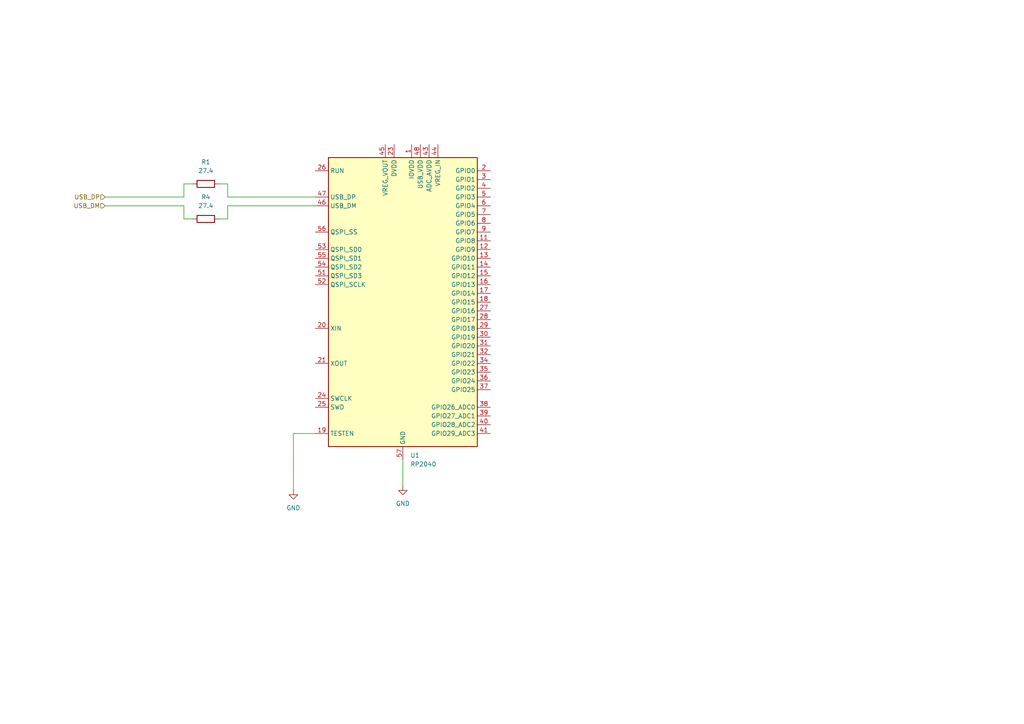
<source format=kicad_sch>
(kicad_sch (version 20250114) (generator "eeschema") (generator_version "9.0")
  (paper "A4")
  (lib_symbols
    (symbol "Device:R" (pin_numbers (hide yes)) (pin_names (offset 0))
      (property "Reference" "R" (at 2.032 0 90))
      (property "Value" "R" (at 0 0 90))
      (symbol "R_0_1"
        (rectangle (start -1.016 -2.54) (end 1.016 2.54) (stroke (width 0.254)))
      )
      (symbol "R_1_1"
        (pin passive line (at 0 3.81 270) (length 1.27) (name "~") (number "1"))
        (pin passive line (at 0 -3.81 90) (length 1.27) (name "~") (number "2"))
      )
    )
    (symbol "MCU_RaspberryPi:RP2040"
      (property "Reference" "U" (at 17.78 45.72 0))
      (property "Value" "RP2040" (at 17.78 43.18 0))
      (symbol "RP2040_0_1"
        (rectangle (start -21.59 41.91) (end 21.59 -41.91) (stroke (width 0.254)) (fill (type background)))
      )
      (symbol "RP2040_1_1"
        (pin input line (at -25.4 38.1 0) (length 3.81) (name "RUN") (number "26"))
        (pin bidirectional line (at -25.4 30.48 0) (length 3.81) (name "USB_DP") (number "47"))
        (pin bidirectional line (at -25.4 27.94 0) (length 3.81) (name "USB_DM") (number "46"))
        (pin bidirectional line (at -25.4 20.32 0) (length 3.81) (name "QSPI_SS") (number "56"))
        (pin bidirectional line (at -25.4 15.24 0) (length 3.81) (name "QSPI_SD0") (number "53"))
        (pin bidirectional line (at -25.4 12.7 0) (length 3.81) (name "QSPI_SD1") (number "55"))
        (pin bidirectional line (at -25.4 10.16 0) (length 3.81) (name "QSPI_SD2") (number "54"))
        (pin bidirectional line (at -25.4 7.62 0) (length 3.81) (name "QSPI_SD3") (number "51"))
        (pin output line (at -25.4 5.08 0) (length 3.81) (name "QSPI_SCLK") (number "52"))
        (pin input line (at -25.4 -7.62 0) (length 3.81) (name "XIN") (number "20"))
        (pin passive line (at -25.4 -17.78 0) (length 3.81) (name "XOUT") (number "21"))
        (pin input line (at -25.4 -27.94 0) (length 3.81) (name "SWCLK") (number "24"))
        (pin bidirectional line (at -25.4 -30.48 0) (length 3.81) (name "SWD") (number "25"))
        (pin input line (at -25.4 -38.1 0) (length 3.81) (name "TESTEN") (number "19"))
        (pin power_out line (at -5.08 45.72 270) (length 3.81) (name "VREG_VOUT") (number "45"))
        (pin power_in line (at -2.54 45.72 270) (length 3.81) (name "DVDD") (number "23"))
        (pin passive line (at -2.54 45.72 270) (length 3.81) (hide yes) (name "DVDD") (number "50"))
        (pin power_in line (at 0 -45.72 90) (length 3.81) (name "GND") (number "57"))
        (pin power_in line (at 2.54 45.72 270) (length 3.81) (name "IOVDD") (number "1"))
        (pin passive line (at 2.54 45.72 270) (length 3.81) (hide yes) (name "IOVDD") (number "10"))
        (pin passive line (at 2.54 45.72 270) (length 3.81) (hide yes) (name "IOVDD") (number "22"))
        (pin passive line (at 2.54 45.72 270) (length 3.81) (hide yes) (name "IOVDD") (number "33"))
        (pin passive line (at 2.54 45.72 270) (length 3.81) (hide yes) (name "IOVDD") (number "42"))
        (pin passive line (at 2.54 45.72 270) (length 3.81) (hide yes) (name "IOVDD") (number "49"))
        (pin power_in line (at 5.08 45.72 270) (length 3.81) (name "USB_VDD") (number "48"))
        (pin power_in line (at 7.62 45.72 270) (length 3.81) (name "ADC_AVDD") (number "43"))
        (pin power_in line (at 10.16 45.72 270) (length 3.81) (name "VREG_IN") (number "44"))
        (pin bidirectional line (at 25.4 38.1 180) (length 3.81) (name "GPIO0") (number "2"))
        (pin bidirectional line (at 25.4 35.56 180) (length 3.81) (name "GPIO1") (number "3"))
        (pin bidirectional line (at 25.4 33.02 180) (length 3.81) (name "GPIO2") (number "4"))
        (pin bidirectional line (at 25.4 30.48 180) (length 3.81) (name "GPIO3") (number "5"))
        (pin bidirectional line (at 25.4 27.94 180) (length 3.81) (name "GPIO4") (number "6"))
        (pin bidirectional line (at 25.4 25.4 180) (length 3.81) (name "GPIO5") (number "7"))
        (pin bidirectional line (at 25.4 22.86 180) (length 3.81) (name "GPIO6") (number "8"))
        (pin bidirectional line (at 25.4 20.32 180) (length 3.81) (name "GPIO7") (number "9"))
        (pin bidirectional line (at 25.4 17.78 180) (length 3.81) (name "GPIO8") (number "11"))
        (pin bidirectional line (at 25.4 15.24 180) (length 3.81) (name "GPIO9") (number "12"))
        (pin bidirectional line (at 25.4 12.7 180) (length 3.81) (name "GPIO10") (number "13"))
        (pin bidirectional line (at 25.4 10.16 180) (length 3.81) (name "GPIO11") (number "14"))
        (pin bidirectional line (at 25.4 7.62 180) (length 3.81) (name "GPIO12") (number "15"))
        (pin bidirectional line (at 25.4 5.08 180) (length 3.81) (name "GPIO13") (number "16"))
        (pin bidirectional line (at 25.4 2.54 180) (length 3.81) (name "GPIO14") (number "17"))
        (pin bidirectional line (at 25.4 0 180) (length 3.81) (name "GPIO15") (number "18"))
        (pin bidirectional line (at 25.4 -2.54 180) (length 3.81) (name "GPIO16") (number "27"))
        (pin bidirectional line (at 25.4 -5.08 180) (length 3.81) (name "GPIO17") (number "28"))
        (pin bidirectional line (at 25.4 -7.62 180) (length 3.81) (name "GPIO18") (number "29"))
        (pin bidirectional line (at 25.4 -10.16 180) (length 3.81) (name "GPIO19") (number "30"))
        (pin bidirectional line (at 25.4 -12.7 180) (length 3.81) (name "GPIO20") (number "31"))
        (pin bidirectional line (at 25.4 -15.24 180) (length 3.81) (name "GPIO21") (number "32"))
        (pin bidirectional line (at 25.4 -17.78 180) (length 3.81) (name "GPIO22") (number "34"))
        (pin bidirectional line (at 25.4 -20.32 180) (length 3.81) (name "GPIO23") (number "35"))
        (pin bidirectional line (at 25.4 -22.86 180) (length 3.81) (name "GPIO24") (number "36"))
        (pin bidirectional line (at 25.4 -25.4 180) (length 3.81) (name "GPIO25") (number "37"))
        (pin bidirectional line (at 25.4 -30.48 180) (length 3.81) (name "GPIO26_ADC0") (number "38"))
        (pin bidirectional line (at 25.4 -33.02 180) (length 3.81) (name "GPIO27_ADC1") (number "39"))
        (pin bidirectional line (at 25.4 -35.56 180) (length 3.81) (name "GPIO28_ADC2") (number "40"))
        (pin bidirectional line (at 25.4 -38.1 180) (length 3.81) (name "GPIO29_ADC3") (number "41"))
      )
    )
    (symbol "power:GND" (power) (pin_numbers (hide yes)) (pin_names (offset 0) (hide yes))
      (property "Value" "GND" (at 0 -3.81 0))
      (symbol "GND_0_1"
        (polyline (pts (xy 0 0) (xy 0 -1.27) (xy 1.27 -1.27) (xy 0 -2.54) (xy -1.27 -1.27) (xy 0 -1.27)))
      )
      (symbol "GND_1_1"
        (pin power_in line (at 0 0 270) (length 0) (name "~") (number "1"))
      )
    )
  )
  (wire (pts (xy 53.34 53.34) (xy 53.34 57.15)))
  (wire (pts (xy 91.44 125.73) (xy 85.09 125.73)))
  (wire (pts (xy 63.5 53.34) (xy 66.04 53.34)))
  (wire (pts (xy 53.34 53.34) (xy 55.88 53.34)))
  (wire (pts (xy 66.04 57.15) (xy 91.44 57.15)))
  (wire (pts (xy 53.34 63.5) (xy 53.34 59.69)))
  (wire (pts (xy 66.04 59.69) (xy 91.44 59.69)))
  (wire (pts (xy 66.04 63.5) (xy 66.04 59.69)))
  (wire (pts (xy 116.84 133.35) (xy 116.84 140.97)))
  (wire (pts (xy 66.04 53.34) (xy 66.04 57.15)))
  (wire (pts (xy 63.5 63.5) (xy 66.04 63.5)))
  (wire (pts (xy 53.34 63.5) (xy 55.88 63.5)))
  (wire (pts (xy 53.34 57.15) (xy 30.48 57.15)))
  (wire (pts (xy 85.09 125.73) (xy 85.09 142.24)))
  (wire (pts (xy 53.34 59.69) (xy 30.48 59.69)))
  (hierarchical_label "USB_DP" (shape input) (at 30.48 57.15 180))
  (hierarchical_label "USB_DM" (shape input) (at 30.48 59.69 180))
  (symbol (lib_id "Device:R") (at 59.69 53.34 90) (unit 1)
    (property "Reference" "R1" (at 59.69 46.99 90))
    (property "Value" "27.4" (at 59.69 49.53 90))
    (property "Description" "Resistor" (effects (hide yes)))
  )
  (symbol (lib_id "MCU_RaspberryPi:RP2040") (at 116.84 87.63 0) (unit 1)
    (property "Reference" "U1" (at 118.9833 132.08 0) (effects (justify left)))
    (property "Value" "RP2040" (at 118.9833 134.62 0) (effects (justify left)))
    (property "Footprint" "Package_DFN_QFN:QFN-56-1EP_7x7mm_P0.4mm_EP3.2x3.2mm" (effects (hide yes)))
    (property "Datasheet" "https://datasheets.raspberrypi.com/rp2040/rp2040-datasheet.pdf" (effects (hide yes)))
    (property "Description" "A microcontroller by Raspberry Pi" (effects (hide yes)))
  )
  (symbol (lib_id "power:GND") (at 116.84 140.97 0) (unit 1)
    (property "Reference" "#PWR011" (effects (hide yes)))
    (property "Value" "GND" (at 116.84 146.05 0))
    (property "Description" "Power symbol creates a global label with name \"GND\" , ground" (effects (hide yes)))
  )
  (symbol (lib_id "power:GND") (at 85.09 142.24 0) (unit 1)
    (property "Reference" "#PWR012" (effects (hide yes)))
    (property "Value" "GND" (at 85.09 147.32 0))
    (property "Description" "Power symbol creates a global label with name \"GND\" , ground" (effects (hide yes)))
  )
  (symbol (lib_id "Device:R") (at 59.69 63.5 90) (unit 1)
    (property "Reference" "R4" (at 59.69 57.15 90))
    (property "Value" "27.4" (at 59.69 59.69 90))
    (property "Description" "Resistor" (effects (hide yes)))
  )
)
</source>
